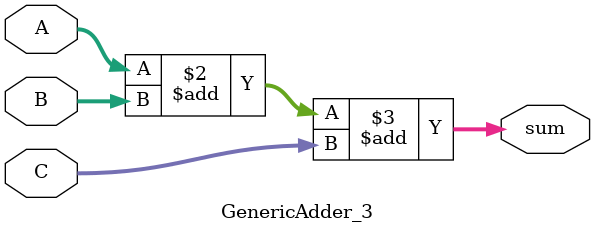
<source format=v>
`timescale 1ns / 1ps

module GenericAdder_3(A,B,C,sum);

function integer max;

  input integer valueA;
  input integer valueB;
  input integer valueC;
  begin
  
    if(valueA >= valueB)
		if(valueA >= valueC)
			max = valueA;
			
	if(valueB >= valueA)
		if(valueB >= valueC)
			max = valueB;

	if(valueC >= valueA)
		if(valueC >= valueB)
			max = valueC;	
	end	
endfunction

parameter Abitwidth=29;
parameter Bbitwidth=29;
parameter Cbitwidth=29;
localparam Sbitwidth=max(Abitwidth,Bbitwidth,Cbitwidth)+2;

input signed[Abitwidth-1:0] A;
input signed[Bbitwidth-1:0] B;
input signed[Cbitwidth-1:0] C;

output signed[Sbitwidth-1:0] sum;

assign sum = A + B  + C; 

endmodule




</source>
